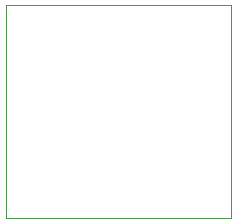
<source format=gm1>
G04*
G04 #@! TF.GenerationSoftware,Altium Limited,Altium Designer,19.1.8 (144)*
G04*
G04 Layer_Color=16711935*
%FSLAX25Y25*%
%MOIN*%
G70*
G01*
G75*
%ADD34C,0.00394*%
D34*
X0Y0D02*
X74803D01*
Y70866D01*
X0D02*
X74803D01*
X0Y0D02*
Y70866D01*
M02*

</source>
